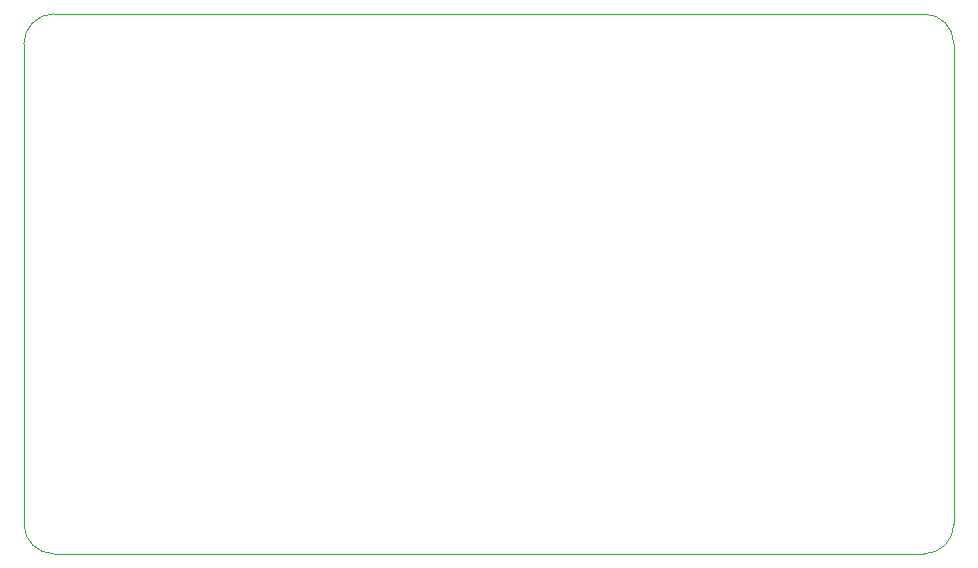
<source format=gbr>
%TF.GenerationSoftware,KiCad,Pcbnew,7.0.7*%
%TF.CreationDate,2023-09-24T09:01:41+02:00*%
%TF.ProjectId,transmitter_v0.1,7472616e-736d-4697-9474-65725f76302e,rev?*%
%TF.SameCoordinates,Original*%
%TF.FileFunction,Profile,NP*%
%FSLAX46Y46*%
G04 Gerber Fmt 4.6, Leading zero omitted, Abs format (unit mm)*
G04 Created by KiCad (PCBNEW 7.0.7) date 2023-09-24 09:01:41*
%MOMM*%
%LPD*%
G01*
G04 APERTURE LIST*
%TA.AperFunction,Profile*%
%ADD10C,0.100000*%
%TD*%
G04 APERTURE END LIST*
D10*
X93980000Y-147320000D02*
G75*
G03*
X96520000Y-149860000I2540000J0D01*
G01*
X93980000Y-106680000D02*
X93980000Y-147320000D01*
X172720000Y-106680000D02*
G75*
G03*
X170180000Y-104140000I-2540000J0D01*
G01*
X172720000Y-147320000D02*
X172720000Y-106680000D01*
X96520000Y-149860000D02*
X170180000Y-149860000D01*
X170180000Y-149860000D02*
G75*
G03*
X172720000Y-147320000I0J2540000D01*
G01*
X170180000Y-104140000D02*
X96520000Y-104140000D01*
X96520000Y-104140000D02*
G75*
G03*
X93980000Y-106680000I0J-2540000D01*
G01*
M02*

</source>
